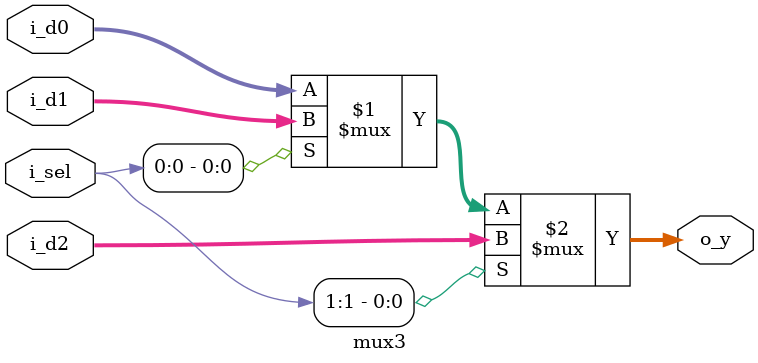
<source format=sv>
`timescale 1ns / 1ps


module mux3 #(parameter DATA_WIDTH = 32) (
    input logic [DATA_WIDTH-1:0]    i_d0, i_d1, i_d2,
    input logic [1:0]               i_sel,
    output logic [DATA_WIDTH-1:0]   o_y
);

    assign o_y = i_sel[1] ? i_d2 : (i_sel[0] ? i_d1 : i_d0);

endmodule

</source>
